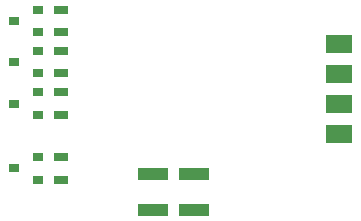
<source format=gbp>
G04 #@! TF.FileFunction,Paste,Bot*
%FSLAX46Y46*%
G04 Gerber Fmt 4.6, Leading zero omitted, Abs format (unit mm)*
G04 Created by KiCad (PCBNEW 4.0.7) date 02/12/20 21:51:44*
%MOMM*%
%LPD*%
G01*
G04 APERTURE LIST*
%ADD10C,0.100000*%
%ADD11R,2.500000X1.000000*%
%ADD12R,0.900000X0.800000*%
%ADD13R,1.300000X0.700000*%
%ADD14R,2.300000X1.500000*%
G04 APERTURE END LIST*
D10*
D11*
X151750000Y-74000000D03*
X151750000Y-71000000D03*
X148250000Y-74000000D03*
X148250000Y-71000000D03*
D12*
X138500000Y-57050000D03*
X138500000Y-58950000D03*
X136500000Y-58000000D03*
X138500000Y-60550000D03*
X138500000Y-62450000D03*
X136500000Y-61500000D03*
X138500000Y-64050000D03*
X138500000Y-65950000D03*
X136500000Y-65000000D03*
X138500000Y-69550000D03*
X138500000Y-71450000D03*
X136500000Y-70500000D03*
D13*
X140500000Y-57050000D03*
X140500000Y-58950000D03*
X140500000Y-60550000D03*
X140500000Y-62450000D03*
X140500000Y-64050000D03*
X140500000Y-65950000D03*
X140500000Y-69550000D03*
X140500000Y-71450000D03*
D14*
X164000000Y-59940000D03*
X164000000Y-62480000D03*
X164000000Y-65020000D03*
X164000000Y-67560000D03*
M02*

</source>
